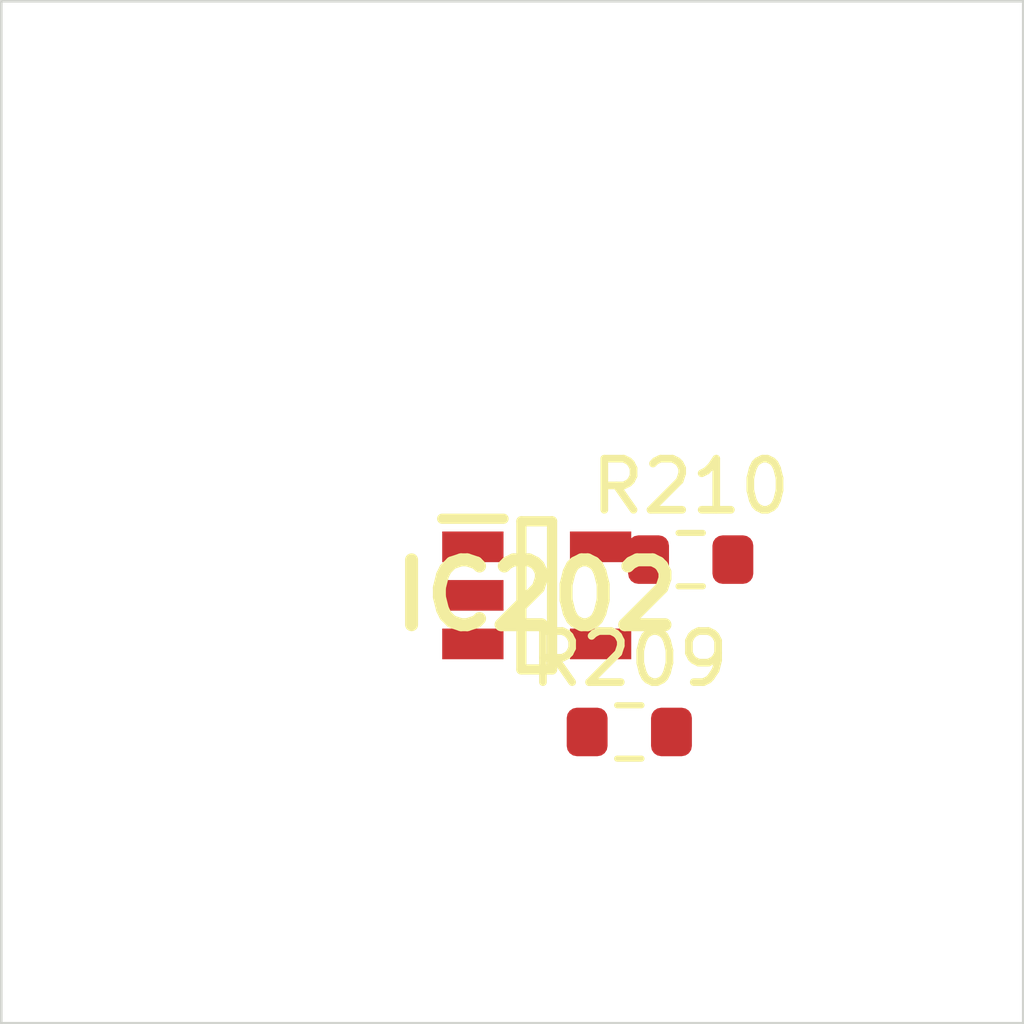
<source format=kicad_pcb>
 ( kicad_pcb  ( version 20171130 )
 ( host pcbnew 5.1.12-84ad8e8a86~92~ubuntu18.04.1 )
 ( general  ( thickness 1.6 )
 ( drawings 4 )
 ( tracks 0 )
 ( zones 0 )
 ( modules 3 )
 ( nets 5 )
)
 ( page A4 )
 ( layers  ( 0 F.Cu signal )
 ( 31 B.Cu signal )
 ( 32 B.Adhes user )
 ( 33 F.Adhes user )
 ( 34 B.Paste user )
 ( 35 F.Paste user )
 ( 36 B.SilkS user )
 ( 37 F.SilkS user )
 ( 38 B.Mask user )
 ( 39 F.Mask user )
 ( 40 Dwgs.User user )
 ( 41 Cmts.User user )
 ( 42 Eco1.User user )
 ( 43 Eco2.User user )
 ( 44 Edge.Cuts user )
 ( 45 Margin user )
 ( 46 B.CrtYd user )
 ( 47 F.CrtYd user )
 ( 48 B.Fab user )
 ( 49 F.Fab user )
)
 ( setup  ( last_trace_width 0.25 )
 ( trace_clearance 0.2 )
 ( zone_clearance 0.508 )
 ( zone_45_only no )
 ( trace_min 0.2 )
 ( via_size 0.8 )
 ( via_drill 0.4 )
 ( via_min_size 0.4 )
 ( via_min_drill 0.3 )
 ( uvia_size 0.3 )
 ( uvia_drill 0.1 )
 ( uvias_allowed no )
 ( uvia_min_size 0.2 )
 ( uvia_min_drill 0.1 )
 ( edge_width 0.05 )
 ( segment_width 0.2 )
 ( pcb_text_width 0.3 )
 ( pcb_text_size 1.5 1.5 )
 ( mod_edge_width 0.12 )
 ( mod_text_size 1 1 )
 ( mod_text_width 0.15 )
 ( pad_size 1.524 1.524 )
 ( pad_drill 0.762 )
 ( pad_to_mask_clearance 0 )
 ( aux_axis_origin 0 0 )
 ( visible_elements FFFFFF7F )
 ( pcbplotparams  ( layerselection 0x010fc_ffffffff )
 ( usegerberextensions false )
 ( usegerberattributes true )
 ( usegerberadvancedattributes true )
 ( creategerberjobfile true )
 ( excludeedgelayer true )
 ( linewidth 0.100000 )
 ( plotframeref false )
 ( viasonmask false )
 ( mode 1 )
 ( useauxorigin false )
 ( hpglpennumber 1 )
 ( hpglpenspeed 20 )
 ( hpglpendiameter 15.000000 )
 ( psnegative false )
 ( psa4output false )
 ( plotreference true )
 ( plotvalue true )
 ( plotinvisibletext false )
 ( padsonsilk false )
 ( subtractmaskfromsilk false )
 ( outputformat 1 )
 ( mirror false )
 ( drillshape 1 )
 ( scaleselection 1 )
 ( outputdirectory "" )
)
)
 ( net 0 "" )
 ( net 1 GND )
 ( net 2 VDDA )
 ( net 3 /Sheet6235D886/vp )
 ( net 4 "Net-(IC202-Pad3)" )
 ( net_class Default "This is the default net class."  ( clearance 0.2 )
 ( trace_width 0.25 )
 ( via_dia 0.8 )
 ( via_drill 0.4 )
 ( uvia_dia 0.3 )
 ( uvia_drill 0.1 )
 ( add_net /Sheet6235D886/vp )
 ( add_net GND )
 ( add_net "Net-(IC202-Pad3)" )
 ( add_net VDDA )
)
 ( module SOT95P280X145-5N locked  ( layer F.Cu )
 ( tedit 62336ED7 )
 ( tstamp 623423ED )
 ( at 90.479100 111.627000 )
 ( descr DBV0005A )
 ( tags "Integrated Circuit" )
 ( path /6235D887/6266C08E )
 ( attr smd )
 ( fp_text reference IC202  ( at 0 0 )
 ( layer F.SilkS )
 ( effects  ( font  ( size 1.27 1.27 )
 ( thickness 0.254 )
)
)
)
 ( fp_text value TL071HIDBVR  ( at 0 0 )
 ( layer F.SilkS )
hide  ( effects  ( font  ( size 1.27 1.27 )
 ( thickness 0.254 )
)
)
)
 ( fp_line  ( start -1.85 -1.5 )
 ( end -0.65 -1.5 )
 ( layer F.SilkS )
 ( width 0.2 )
)
 ( fp_line  ( start -0.3 1.45 )
 ( end -0.3 -1.45 )
 ( layer F.SilkS )
 ( width 0.2 )
)
 ( fp_line  ( start 0.3 1.45 )
 ( end -0.3 1.45 )
 ( layer F.SilkS )
 ( width 0.2 )
)
 ( fp_line  ( start 0.3 -1.45 )
 ( end 0.3 1.45 )
 ( layer F.SilkS )
 ( width 0.2 )
)
 ( fp_line  ( start -0.3 -1.45 )
 ( end 0.3 -1.45 )
 ( layer F.SilkS )
 ( width 0.2 )
)
 ( fp_line  ( start -0.8 -0.5 )
 ( end 0.15 -1.45 )
 ( layer Dwgs.User )
 ( width 0.1 )
)
 ( fp_line  ( start -0.8 1.45 )
 ( end -0.8 -1.45 )
 ( layer Dwgs.User )
 ( width 0.1 )
)
 ( fp_line  ( start 0.8 1.45 )
 ( end -0.8 1.45 )
 ( layer Dwgs.User )
 ( width 0.1 )
)
 ( fp_line  ( start 0.8 -1.45 )
 ( end 0.8 1.45 )
 ( layer Dwgs.User )
 ( width 0.1 )
)
 ( fp_line  ( start -0.8 -1.45 )
 ( end 0.8 -1.45 )
 ( layer Dwgs.User )
 ( width 0.1 )
)
 ( fp_line  ( start -2.1 1.775 )
 ( end -2.1 -1.775 )
 ( layer Dwgs.User )
 ( width 0.05 )
)
 ( fp_line  ( start 2.1 1.775 )
 ( end -2.1 1.775 )
 ( layer Dwgs.User )
 ( width 0.05 )
)
 ( fp_line  ( start 2.1 -1.775 )
 ( end 2.1 1.775 )
 ( layer Dwgs.User )
 ( width 0.05 )
)
 ( fp_line  ( start -2.1 -1.775 )
 ( end 2.1 -1.775 )
 ( layer Dwgs.User )
 ( width 0.05 )
)
 ( pad 1 smd rect  ( at -1.25 -0.95 90.000000 )
 ( size 0.6 1.2 )
 ( layers F.Cu F.Mask F.Paste )
 ( net 3 /Sheet6235D886/vp )
)
 ( pad 2 smd rect  ( at -1.25 0 90.000000 )
 ( size 0.6 1.2 )
 ( layers F.Cu F.Mask F.Paste )
 ( net 1 GND )
)
 ( pad 3 smd rect  ( at -1.25 0.95 90.000000 )
 ( size 0.6 1.2 )
 ( layers F.Cu F.Mask F.Paste )
 ( net 4 "Net-(IC202-Pad3)" )
)
 ( pad 4 smd rect  ( at 1.25 0.95 90.000000 )
 ( size 0.6 1.2 )
 ( layers F.Cu F.Mask F.Paste )
 ( net 3 /Sheet6235D886/vp )
)
 ( pad 5 smd rect  ( at 1.25 -0.95 90.000000 )
 ( size 0.6 1.2 )
 ( layers F.Cu F.Mask F.Paste )
 ( net 2 VDDA )
)
)
 ( module Resistor_SMD:R_0603_1608Metric  ( layer F.Cu )
 ( tedit 5F68FEEE )
 ( tstamp 62342595 )
 ( at 92.291100 114.300000 )
 ( descr "Resistor SMD 0603 (1608 Metric), square (rectangular) end terminal, IPC_7351 nominal, (Body size source: IPC-SM-782 page 72, https://www.pcb-3d.com/wordpress/wp-content/uploads/ipc-sm-782a_amendment_1_and_2.pdf), generated with kicad-footprint-generator" )
 ( tags resistor )
 ( path /6235D887/623CDBD9 )
 ( attr smd )
 ( fp_text reference R209  ( at 0 -1.43 )
 ( layer F.SilkS )
 ( effects  ( font  ( size 1 1 )
 ( thickness 0.15 )
)
)
)
 ( fp_text value 100k  ( at 0 1.43 )
 ( layer F.Fab )
 ( effects  ( font  ( size 1 1 )
 ( thickness 0.15 )
)
)
)
 ( fp_line  ( start -0.8 0.4125 )
 ( end -0.8 -0.4125 )
 ( layer F.Fab )
 ( width 0.1 )
)
 ( fp_line  ( start -0.8 -0.4125 )
 ( end 0.8 -0.4125 )
 ( layer F.Fab )
 ( width 0.1 )
)
 ( fp_line  ( start 0.8 -0.4125 )
 ( end 0.8 0.4125 )
 ( layer F.Fab )
 ( width 0.1 )
)
 ( fp_line  ( start 0.8 0.4125 )
 ( end -0.8 0.4125 )
 ( layer F.Fab )
 ( width 0.1 )
)
 ( fp_line  ( start -0.237258 -0.5225 )
 ( end 0.237258 -0.5225 )
 ( layer F.SilkS )
 ( width 0.12 )
)
 ( fp_line  ( start -0.237258 0.5225 )
 ( end 0.237258 0.5225 )
 ( layer F.SilkS )
 ( width 0.12 )
)
 ( fp_line  ( start -1.48 0.73 )
 ( end -1.48 -0.73 )
 ( layer F.CrtYd )
 ( width 0.05 )
)
 ( fp_line  ( start -1.48 -0.73 )
 ( end 1.48 -0.73 )
 ( layer F.CrtYd )
 ( width 0.05 )
)
 ( fp_line  ( start 1.48 -0.73 )
 ( end 1.48 0.73 )
 ( layer F.CrtYd )
 ( width 0.05 )
)
 ( fp_line  ( start 1.48 0.73 )
 ( end -1.48 0.73 )
 ( layer F.CrtYd )
 ( width 0.05 )
)
 ( fp_text user %R  ( at 0 0 )
 ( layer F.Fab )
 ( effects  ( font  ( size 0.4 0.4 )
 ( thickness 0.06 )
)
)
)
 ( pad 1 smd roundrect  ( at -0.825 0 )
 ( size 0.8 0.95 )
 ( layers F.Cu F.Mask F.Paste )
 ( roundrect_rratio 0.25 )
 ( net 2 VDDA )
)
 ( pad 2 smd roundrect  ( at 0.825 0 )
 ( size 0.8 0.95 )
 ( layers F.Cu F.Mask F.Paste )
 ( roundrect_rratio 0.25 )
 ( net 4 "Net-(IC202-Pad3)" )
)
 ( model ${KISYS3DMOD}/Resistor_SMD.3dshapes/R_0603_1608Metric.wrl  ( at  ( xyz 0 0 0 )
)
 ( scale  ( xyz 1 1 1 )
)
 ( rotate  ( xyz 0 0 0 )
)
)
)
 ( module Resistor_SMD:R_0603_1608Metric  ( layer F.Cu )
 ( tedit 5F68FEEE )
 ( tstamp 623425A6 )
 ( at 93.492900 110.927000 )
 ( descr "Resistor SMD 0603 (1608 Metric), square (rectangular) end terminal, IPC_7351 nominal, (Body size source: IPC-SM-782 page 72, https://www.pcb-3d.com/wordpress/wp-content/uploads/ipc-sm-782a_amendment_1_and_2.pdf), generated with kicad-footprint-generator" )
 ( tags resistor )
 ( path /6235D887/623CDBDF )
 ( attr smd )
 ( fp_text reference R210  ( at 0 -1.43 )
 ( layer F.SilkS )
 ( effects  ( font  ( size 1 1 )
 ( thickness 0.15 )
)
)
)
 ( fp_text value 100k  ( at 0 1.43 )
 ( layer F.Fab )
 ( effects  ( font  ( size 1 1 )
 ( thickness 0.15 )
)
)
)
 ( fp_line  ( start 1.48 0.73 )
 ( end -1.48 0.73 )
 ( layer F.CrtYd )
 ( width 0.05 )
)
 ( fp_line  ( start 1.48 -0.73 )
 ( end 1.48 0.73 )
 ( layer F.CrtYd )
 ( width 0.05 )
)
 ( fp_line  ( start -1.48 -0.73 )
 ( end 1.48 -0.73 )
 ( layer F.CrtYd )
 ( width 0.05 )
)
 ( fp_line  ( start -1.48 0.73 )
 ( end -1.48 -0.73 )
 ( layer F.CrtYd )
 ( width 0.05 )
)
 ( fp_line  ( start -0.237258 0.5225 )
 ( end 0.237258 0.5225 )
 ( layer F.SilkS )
 ( width 0.12 )
)
 ( fp_line  ( start -0.237258 -0.5225 )
 ( end 0.237258 -0.5225 )
 ( layer F.SilkS )
 ( width 0.12 )
)
 ( fp_line  ( start 0.8 0.4125 )
 ( end -0.8 0.4125 )
 ( layer F.Fab )
 ( width 0.1 )
)
 ( fp_line  ( start 0.8 -0.4125 )
 ( end 0.8 0.4125 )
 ( layer F.Fab )
 ( width 0.1 )
)
 ( fp_line  ( start -0.8 -0.4125 )
 ( end 0.8 -0.4125 )
 ( layer F.Fab )
 ( width 0.1 )
)
 ( fp_line  ( start -0.8 0.4125 )
 ( end -0.8 -0.4125 )
 ( layer F.Fab )
 ( width 0.1 )
)
 ( fp_text user %R  ( at 0 0 )
 ( layer F.Fab )
 ( effects  ( font  ( size 0.4 0.4 )
 ( thickness 0.06 )
)
)
)
 ( pad 2 smd roundrect  ( at 0.825 0 )
 ( size 0.8 0.95 )
 ( layers F.Cu F.Mask F.Paste )
 ( roundrect_rratio 0.25 )
 ( net 1 GND )
)
 ( pad 1 smd roundrect  ( at -0.825 0 )
 ( size 0.8 0.95 )
 ( layers F.Cu F.Mask F.Paste )
 ( roundrect_rratio 0.25 )
 ( net 4 "Net-(IC202-Pad3)" )
)
 ( model ${KISYS3DMOD}/Resistor_SMD.3dshapes/R_0603_1608Metric.wrl  ( at  ( xyz 0 0 0 )
)
 ( scale  ( xyz 1 1 1 )
)
 ( rotate  ( xyz 0 0 0 )
)
)
)
 ( gr_line  ( start 100 100 )
 ( end 100 120 )
 ( layer Edge.Cuts )
 ( width 0.05 )
 ( tstamp 62E770C4 )
)
 ( gr_line  ( start 80 120 )
 ( end 100 120 )
 ( layer Edge.Cuts )
 ( width 0.05 )
 ( tstamp 62E770C0 )
)
 ( gr_line  ( start 80 100 )
 ( end 100 100 )
 ( layer Edge.Cuts )
 ( width 0.05 )
 ( tstamp 6234110C )
)
 ( gr_line  ( start 80 100 )
 ( end 80 120 )
 ( layer Edge.Cuts )
 ( width 0.05 )
)
)

</source>
